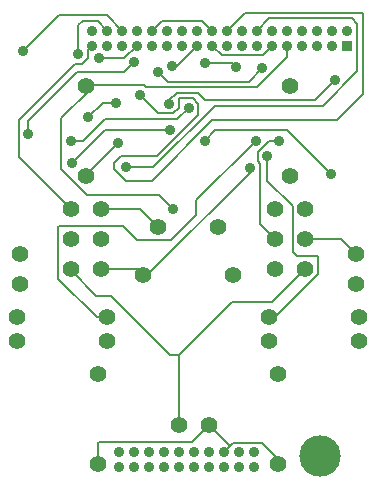
<source format=gbl>
G04 (created by PCBNEW-RS274X (2012-apr-16-27)-stable) date dim. 02 juin 2013 12:31:59 CST*
G01*
G70*
G90*
%MOIN*%
G04 Gerber Fmt 3.4, Leading zero omitted, Abs format*
%FSLAX34Y34*%
G04 APERTURE LIST*
%ADD10C,0.006000*%
%ADD11C,0.035400*%
%ADD12R,0.035400X0.035400*%
%ADD13C,0.137800*%
%ADD14C,0.055000*%
%ADD15C,0.056000*%
%ADD16C,0.035000*%
%ADD17C,0.008000*%
G04 APERTURE END LIST*
G54D10*
G54D11*
X53187Y-34198D03*
X52687Y-34198D03*
X52187Y-34198D03*
X51687Y-34198D03*
X51187Y-34198D03*
X50687Y-34198D03*
X50187Y-34198D03*
X49687Y-34198D03*
X49187Y-34198D03*
X48687Y-34198D03*
X48687Y-33698D03*
X49187Y-33698D03*
X49687Y-33698D03*
X50187Y-33698D03*
X50687Y-33698D03*
X51187Y-33698D03*
X51687Y-33698D03*
X52187Y-33698D03*
X52687Y-33698D03*
X53187Y-33698D03*
G54D12*
X56301Y-20143D03*
G54D11*
X56301Y-19643D03*
X55801Y-20143D03*
X55801Y-19643D03*
X55301Y-20143D03*
X55301Y-19643D03*
X54801Y-20143D03*
X54801Y-19643D03*
X54301Y-20143D03*
X54301Y-19643D03*
X53801Y-20143D03*
X53801Y-19643D03*
X53301Y-20143D03*
X53301Y-19643D03*
X52801Y-20143D03*
X52801Y-19643D03*
X52301Y-20143D03*
X52301Y-19643D03*
X51801Y-20143D03*
X51801Y-19643D03*
X51301Y-20143D03*
X51301Y-19643D03*
X50801Y-20143D03*
X50801Y-19643D03*
X50301Y-20143D03*
X50301Y-19643D03*
X49801Y-20143D03*
X49801Y-19643D03*
X49301Y-20143D03*
X49301Y-19643D03*
X48801Y-20143D03*
X48801Y-19643D03*
X48301Y-20143D03*
X48301Y-19643D03*
X47801Y-20143D03*
X47801Y-19643D03*
G54D13*
X55380Y-33813D03*
G54D14*
X49500Y-27800D03*
X52500Y-27800D03*
X54000Y-34100D03*
X54000Y-31100D03*
X48000Y-34100D03*
X48000Y-31100D03*
X53700Y-30000D03*
X56700Y-30000D03*
X45300Y-29200D03*
X48300Y-29200D03*
X53700Y-29200D03*
X56700Y-29200D03*
X45300Y-30000D03*
X48300Y-30000D03*
X54400Y-24500D03*
X54400Y-21500D03*
X47600Y-24500D03*
X47600Y-21500D03*
G54D15*
X50000Y-26200D03*
X52000Y-26200D03*
G54D14*
X51700Y-32800D03*
X50700Y-32800D03*
X54900Y-25600D03*
X53900Y-25600D03*
X47100Y-25600D03*
X48100Y-25600D03*
X56600Y-28100D03*
X56600Y-27100D03*
X45400Y-28100D03*
X45400Y-27100D03*
X53900Y-27600D03*
X54900Y-27600D03*
X53900Y-26600D03*
X54900Y-26600D03*
X48100Y-27600D03*
X47100Y-27600D03*
X48100Y-26600D03*
X47100Y-26600D03*
G54D16*
X50501Y-25590D03*
X53057Y-24229D03*
X48926Y-24194D03*
X50006Y-21024D03*
X53461Y-20903D03*
X49387Y-21786D03*
X50469Y-20813D03*
X47114Y-24062D03*
X50384Y-22940D03*
X51013Y-22218D03*
X47092Y-23317D03*
X50365Y-22087D03*
X55897Y-21281D03*
X51551Y-20727D03*
X52606Y-20870D03*
X48032Y-20557D03*
X47662Y-22535D03*
X47342Y-20425D03*
X48595Y-22040D03*
X45493Y-20322D03*
X45673Y-23084D03*
X49196Y-20679D03*
X51553Y-23321D03*
X55760Y-24426D03*
X53629Y-23832D03*
X53248Y-23310D03*
X48652Y-23394D03*
X54013Y-23313D03*
G54D17*
X47860Y-21468D02*
X47714Y-21614D01*
X50021Y-25110D02*
X50501Y-25590D01*
X49520Y-21468D02*
X47860Y-21468D01*
X47618Y-25110D02*
X50021Y-25110D01*
X49585Y-21533D02*
X49520Y-21468D01*
X53282Y-21533D02*
X49585Y-21533D01*
X54301Y-20143D02*
X54301Y-20514D01*
X54301Y-20514D02*
X53282Y-21533D01*
X47714Y-21614D02*
X46774Y-22554D01*
X46774Y-22554D02*
X46774Y-24266D01*
X46774Y-24266D02*
X47618Y-25110D01*
X47600Y-21500D02*
X47714Y-21614D01*
X49500Y-27700D02*
X49737Y-27700D01*
X48100Y-27600D02*
X49400Y-27600D01*
X49400Y-27600D02*
X49500Y-27700D01*
X49500Y-27700D02*
X49500Y-27800D01*
X53057Y-24380D02*
X53057Y-24229D01*
X49737Y-27700D02*
X53057Y-24380D01*
X52122Y-20464D02*
X53480Y-20464D01*
X56600Y-27100D02*
X56100Y-26600D01*
X51801Y-20143D02*
X52122Y-20464D01*
X47660Y-20558D02*
X47660Y-20284D01*
X47660Y-20284D02*
X47801Y-20143D01*
X47475Y-20743D02*
X47660Y-20558D01*
X47213Y-20743D02*
X47475Y-20743D01*
X45344Y-22612D02*
X47213Y-20743D01*
X45344Y-23844D02*
X45344Y-22612D01*
X47100Y-25600D02*
X45344Y-23844D01*
X53804Y-28696D02*
X52445Y-28696D01*
X52445Y-28696D02*
X50700Y-30441D01*
X50700Y-32800D02*
X50700Y-30441D01*
X54900Y-27600D02*
X53804Y-28696D01*
X56100Y-26600D02*
X54900Y-26600D01*
X53480Y-20464D02*
X53801Y-20143D01*
X49801Y-19643D02*
X50132Y-19312D01*
X50132Y-19312D02*
X51470Y-19312D01*
X51470Y-19312D02*
X51801Y-19643D01*
X47941Y-28476D02*
X48418Y-28476D01*
X47100Y-27600D02*
X47100Y-27635D01*
X50383Y-30441D02*
X50700Y-30441D01*
X47100Y-27635D02*
X47941Y-28476D01*
X48418Y-28476D02*
X50383Y-30441D01*
X56630Y-20999D02*
X55481Y-22148D01*
X56630Y-19410D02*
X56630Y-20999D01*
X56458Y-19238D02*
X56630Y-19410D01*
X53706Y-19238D02*
X56458Y-19238D01*
X53301Y-19643D02*
X53706Y-19238D01*
X55481Y-22148D02*
X51888Y-22148D01*
X51888Y-22148D02*
X49842Y-24194D01*
X49842Y-24194D02*
X48926Y-24194D01*
X50006Y-21024D02*
X50330Y-21348D01*
X53016Y-21348D02*
X53461Y-20903D01*
X50330Y-21348D02*
X53016Y-21348D01*
X51803Y-22622D02*
X55947Y-22622D01*
X49780Y-24645D02*
X51803Y-22622D01*
X48927Y-24645D02*
X49780Y-24645D01*
X48540Y-24258D02*
X48927Y-24645D01*
X49387Y-21786D02*
X50007Y-22406D01*
X50007Y-22406D02*
X50498Y-22406D01*
X50498Y-22406D02*
X50687Y-22217D01*
X50687Y-22217D02*
X50687Y-21921D01*
X50687Y-21921D02*
X50709Y-21899D01*
X50709Y-21899D02*
X51148Y-21899D01*
X51148Y-21899D02*
X51332Y-22083D01*
X48753Y-23828D02*
X48540Y-24041D01*
X48540Y-24041D02*
X48540Y-24258D01*
X55947Y-22622D02*
X56814Y-21755D01*
X56814Y-21755D02*
X56814Y-19076D01*
X56814Y-19076D02*
X56792Y-19054D01*
X56792Y-19054D02*
X52890Y-19054D01*
X52890Y-19054D02*
X52301Y-19643D01*
X49948Y-23828D02*
X48753Y-23828D01*
X51332Y-22444D02*
X49948Y-23828D01*
X51332Y-22083D02*
X51332Y-22444D01*
X50631Y-20813D02*
X51301Y-20143D01*
X50469Y-20813D02*
X50631Y-20813D01*
X48236Y-22940D02*
X47114Y-24062D01*
X50384Y-22940D02*
X48236Y-22940D01*
X47501Y-23317D02*
X48228Y-22590D01*
X48228Y-22590D02*
X50641Y-22590D01*
X47092Y-23317D02*
X47501Y-23317D01*
X50641Y-22590D02*
X51013Y-22218D01*
X55897Y-21281D02*
X55228Y-21950D01*
X55228Y-21950D02*
X51552Y-21950D01*
X50365Y-21961D02*
X50365Y-22087D01*
X50610Y-21716D02*
X50365Y-21961D01*
X51318Y-21716D02*
X50610Y-21716D01*
X51552Y-21950D02*
X51318Y-21716D01*
X51551Y-20727D02*
X52463Y-20727D01*
X52463Y-20727D02*
X52606Y-20870D01*
X49283Y-20143D02*
X48869Y-20557D01*
X48869Y-20557D02*
X48032Y-20557D01*
X49301Y-20143D02*
X49283Y-20143D01*
X47662Y-22535D02*
X48157Y-22040D01*
X48157Y-22040D02*
X48595Y-22040D01*
X47342Y-19457D02*
X47342Y-20425D01*
X47480Y-19319D02*
X47342Y-19457D01*
X47977Y-19319D02*
X47480Y-19319D01*
X48301Y-19643D02*
X47977Y-19319D01*
X46680Y-19135D02*
X48293Y-19135D01*
X45493Y-20322D02*
X46680Y-19135D01*
X49196Y-20679D02*
X48859Y-21016D01*
X48859Y-21016D02*
X47303Y-21016D01*
X48293Y-19135D02*
X48801Y-19643D01*
X45674Y-23084D02*
X45673Y-23084D01*
X45674Y-22645D02*
X45674Y-23084D01*
X47303Y-21016D02*
X45674Y-22645D01*
X51553Y-23321D02*
X51909Y-22965D01*
X51909Y-22965D02*
X54299Y-22965D01*
X54299Y-22965D02*
X55760Y-24426D01*
X53629Y-24641D02*
X53629Y-23832D01*
X53700Y-29200D02*
X53893Y-29200D01*
X55336Y-27757D02*
X55336Y-27188D01*
X55336Y-27188D02*
X55314Y-27166D01*
X55314Y-27166D02*
X54635Y-27166D01*
X53893Y-29200D02*
X55336Y-27757D01*
X54481Y-25493D02*
X53629Y-24641D01*
X54481Y-27012D02*
X54481Y-25493D01*
X54635Y-27166D02*
X54481Y-27012D01*
X51256Y-25302D02*
X53248Y-23310D01*
X51256Y-25792D02*
X51256Y-25302D01*
X46662Y-26188D02*
X46684Y-26166D01*
X46684Y-26166D02*
X48821Y-26166D01*
X48821Y-26166D02*
X49288Y-26633D01*
X49288Y-26633D02*
X50415Y-26633D01*
X50415Y-26633D02*
X51256Y-25792D01*
X46662Y-27919D02*
X46662Y-26188D01*
X47943Y-29200D02*
X46662Y-27919D01*
X48300Y-29200D02*
X47943Y-29200D01*
X49400Y-25600D02*
X50000Y-26200D01*
X48100Y-25600D02*
X49400Y-25600D01*
X47600Y-24446D02*
X48652Y-23394D01*
X47600Y-24500D02*
X47600Y-24446D01*
X53386Y-26086D02*
X53386Y-24079D01*
X53386Y-24079D02*
X53311Y-24004D01*
X53311Y-24004D02*
X53311Y-23700D01*
X53900Y-26600D02*
X53386Y-26086D01*
X53311Y-23700D02*
X53697Y-23314D01*
X53697Y-23314D02*
X54013Y-23314D01*
X54013Y-23314D02*
X54013Y-23313D01*
X51130Y-33370D02*
X51700Y-32800D01*
X48022Y-33370D02*
X51130Y-33370D01*
X48000Y-33392D02*
X48022Y-33370D01*
X48000Y-34100D02*
X48000Y-33392D01*
X52393Y-33492D02*
X51700Y-32800D01*
X52393Y-33492D02*
X52187Y-33698D01*
X54000Y-33911D02*
X54000Y-34100D01*
X53466Y-33377D02*
X54000Y-33911D01*
X52508Y-33377D02*
X53466Y-33377D01*
X52393Y-33492D02*
X52508Y-33377D01*
M02*

</source>
